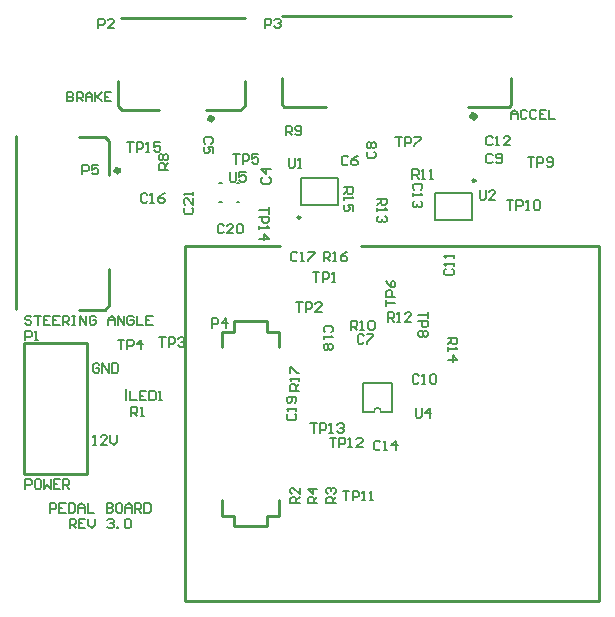
<source format=gto>
G04*
G04 #@! TF.GenerationSoftware,Altium Limited,Altium Designer,18.1.9 (240)*
G04*
G04 Layer_Color=65535*
%FSLAX25Y25*%
%MOIN*%
G70*
G01*
G75*
%ADD10C,0.00984*%
%ADD11C,0.01968*%
%ADD12C,0.00394*%
%ADD13C,0.00787*%
%ADD14C,0.01000*%
%ADD15C,0.00591*%
D10*
X155807Y140043D02*
G03*
X155807Y140043I-492J0D01*
G01*
X97440Y127821D02*
G03*
X97440Y127821I-492J0D01*
G01*
D11*
X36786Y143434D02*
G03*
X36786Y143434I-394J0D01*
G01*
X155717Y161496D02*
G03*
X155717Y161496I-599J0D01*
G01*
X68012Y160709D02*
G03*
X68012Y160709I-394J0D01*
G01*
D12*
X69102Y138287D02*
G03*
X69102Y138287I-197J0D01*
G01*
D13*
X124262Y62911D02*
G03*
X122008Y62911I-1127J214D01*
G01*
X142323Y135909D02*
X154527D01*
X142323Y126854D02*
X154527D01*
Y135909D01*
X142323Y126854D02*
Y135909D01*
X97736Y131955D02*
X109941D01*
X97736Y141010D02*
X109941D01*
X97736Y131955D02*
Y141010D01*
X109941Y131955D02*
Y141010D01*
X76181Y139157D02*
X76968D01*
X76181Y133055D02*
X76968D01*
X70472D02*
X71260D01*
X70472Y139157D02*
X71260D01*
X124262Y62895D02*
X127860D01*
X118411D02*
X122008D01*
X118411D02*
Y72737D01*
X127860D01*
Y62895D02*
Y72737D01*
D14*
X117534Y118110D02*
X196850Y118110D01*
X32160Y154654D02*
X33636Y153178D01*
X23794Y154654D02*
X32160D01*
X33636Y141957D02*
Y153178D01*
X32160Y96977D02*
X33636Y98453D01*
Y110757D01*
X23695Y96977D02*
X32160D01*
X2691Y97371D02*
Y154851D01*
X90158Y28346D02*
Y33465D01*
X71260Y28346D02*
Y33465D01*
X90158Y84646D02*
Y89764D01*
X71260Y84646D02*
Y89764D01*
X75197Y24803D02*
X86221D01*
X71260Y28346D02*
X75197D01*
X86221Y24803D02*
Y28346D01*
X90158D01*
X75197Y24803D02*
Y28346D01*
X86221Y89764D02*
Y93307D01*
X71260Y89764D02*
X75197D01*
Y93307D01*
X86221Y89764D02*
X90158D01*
X75197Y93307D02*
X86221D01*
X5290Y42344D02*
Y74803D01*
X26156Y42344D02*
Y85944D01*
X5290Y42344D02*
X26156D01*
X5290Y85944D02*
X26156D01*
X5290Y70866D02*
Y85944D01*
X91339Y194961D02*
X167520D01*
X91339Y165433D02*
Y174291D01*
X167717Y165433D02*
Y174291D01*
X153150Y164449D02*
X166929D01*
X92126D02*
X105905D01*
X167717Y165236D02*
Y165433D01*
X166929Y164449D02*
X167717Y165236D01*
X92126Y164449D02*
Y164646D01*
X91339Y165433D02*
X92126Y164646D01*
X77362Y163465D02*
X78839Y164941D01*
Y173307D01*
X66142Y163465D02*
X77362D01*
X36614Y164941D02*
X38091Y163465D01*
X50394D01*
X36614Y164941D02*
Y173406D01*
X37500Y194370D02*
X79036D01*
X59055Y0D02*
X196850D01*
Y118110D01*
X59055D02*
X90551D01*
X59055Y0D02*
Y118110D01*
D15*
X39280Y67058D02*
Y70643D01*
X13935Y29408D02*
Y32557D01*
X15509D01*
X16034Y32032D01*
Y30983D01*
X15509Y30458D01*
X13935D01*
X19183Y32557D02*
X17084D01*
Y29408D01*
X19183D01*
X17084Y30983D02*
X18133D01*
X20232Y32557D02*
Y29408D01*
X21807D01*
X22332Y29933D01*
Y32032D01*
X21807Y32557D01*
X20232D01*
X23381Y29408D02*
Y31507D01*
X24430Y32557D01*
X25480Y31507D01*
Y29408D01*
Y30983D01*
X23381D01*
X26530Y32557D02*
Y29408D01*
X28629D01*
X32827Y32557D02*
Y29408D01*
X34401D01*
X34926Y29933D01*
Y30458D01*
X34401Y30983D01*
X32827D01*
X34401D01*
X34926Y31507D01*
Y32032D01*
X34401Y32557D01*
X32827D01*
X37550D02*
X36500D01*
X35975Y32032D01*
Y29933D01*
X36500Y29408D01*
X37550D01*
X38074Y29933D01*
Y32032D01*
X37550Y32557D01*
X39124Y29408D02*
Y31507D01*
X40174Y32557D01*
X41223Y31507D01*
Y29408D01*
Y30983D01*
X39124D01*
X42273Y29408D02*
Y32557D01*
X43847D01*
X44372Y32032D01*
Y30983D01*
X43847Y30458D01*
X42273D01*
X43322D02*
X44372Y29408D01*
X45421Y32557D02*
Y29408D01*
X46995D01*
X47520Y29933D01*
Y32032D01*
X46995Y32557D01*
X45421D01*
X20495Y24213D02*
Y27361D01*
X22069D01*
X22594Y26836D01*
Y25787D01*
X22069Y25262D01*
X20495D01*
X21544D02*
X22594Y24213D01*
X25743Y27361D02*
X23643D01*
Y24213D01*
X25743D01*
X23643Y25787D02*
X24693D01*
X26792Y27361D02*
Y25262D01*
X27841Y24213D01*
X28891Y25262D01*
Y27361D01*
X33089Y26836D02*
X33614Y27361D01*
X34664D01*
X35188Y26836D01*
Y26312D01*
X34664Y25787D01*
X34139D01*
X34664D01*
X35188Y25262D01*
Y24737D01*
X34664Y24213D01*
X33614D01*
X33089Y24737D01*
X36238Y24213D02*
Y24737D01*
X36762D01*
Y24213D01*
X36238D01*
X38862Y26836D02*
X39386Y27361D01*
X40436D01*
X40961Y26836D01*
Y24737D01*
X40436Y24213D01*
X39386D01*
X38862Y24737D01*
Y26836D01*
X30420Y78688D02*
X29896Y79213D01*
X28846D01*
X28321Y78688D01*
Y76589D01*
X28846Y76064D01*
X29896D01*
X30420Y76589D01*
Y77638D01*
X29371D01*
X31470Y76064D02*
Y79213D01*
X33569Y76064D01*
Y79213D01*
X34618D02*
Y76064D01*
X36193D01*
X36718Y76589D01*
Y78688D01*
X36193Y79213D01*
X34618D01*
X28321Y52039D02*
X29371D01*
X28846D01*
Y55188D01*
X28321Y54663D01*
X33044Y52039D02*
X30945D01*
X33044Y54138D01*
Y54663D01*
X32519Y55188D01*
X31470D01*
X30945Y54663D01*
X34094Y55188D02*
Y53089D01*
X35143Y52039D01*
X36193Y53089D01*
Y55188D01*
X5762Y37402D02*
Y40550D01*
X7337D01*
X7861Y40025D01*
Y38976D01*
X7337Y38451D01*
X5762D01*
X10485Y40550D02*
X9436D01*
X8911Y40025D01*
Y37926D01*
X9436Y37402D01*
X10485D01*
X11010Y37926D01*
Y40025D01*
X10485Y40550D01*
X12059D02*
Y37402D01*
X13109Y38451D01*
X14158Y37402D01*
Y40550D01*
X17307D02*
X15208D01*
Y37402D01*
X17307D01*
X15208Y38976D02*
X16258D01*
X18357Y37402D02*
Y40550D01*
X19931D01*
X20456Y40025D01*
Y38976D01*
X19931Y38451D01*
X18357D01*
X19406D02*
X20456Y37402D01*
X7739Y94562D02*
X7214Y95087D01*
X6165D01*
X5640Y94562D01*
Y94038D01*
X6165Y93513D01*
X7214D01*
X7739Y92988D01*
Y92463D01*
X7214Y91939D01*
X6165D01*
X5640Y92463D01*
X8788Y95087D02*
X10887D01*
X9838D01*
Y91939D01*
X14036Y95087D02*
X11937D01*
Y91939D01*
X14036D01*
X11937Y93513D02*
X12987D01*
X17185Y95087D02*
X15086D01*
Y91939D01*
X17185D01*
X15086Y93513D02*
X16135D01*
X18234Y91939D02*
Y95087D01*
X19808D01*
X20333Y94562D01*
Y93513D01*
X19808Y92988D01*
X18234D01*
X19284D02*
X20333Y91939D01*
X21383Y95087D02*
X22432D01*
X21907D01*
Y91939D01*
X21383D01*
X22432D01*
X24006D02*
Y95087D01*
X26106Y91939D01*
Y95087D01*
X29254Y94562D02*
X28729Y95087D01*
X27680D01*
X27155Y94562D01*
Y92463D01*
X27680Y91939D01*
X28729D01*
X29254Y92463D01*
Y93513D01*
X28205D01*
X33452Y91939D02*
Y94038D01*
X34502Y95087D01*
X35551Y94038D01*
Y91939D01*
Y93513D01*
X33452D01*
X36601Y91939D02*
Y95087D01*
X38700Y91939D01*
Y95087D01*
X41849Y94562D02*
X41324Y95087D01*
X40274D01*
X39750Y94562D01*
Y92463D01*
X40274Y91939D01*
X41324D01*
X41849Y92463D01*
Y93513D01*
X40799D01*
X42898Y95087D02*
Y91939D01*
X44997D01*
X48146Y95087D02*
X46047D01*
Y91939D01*
X48146D01*
X46047Y93513D02*
X47096D01*
X19687Y169610D02*
Y166462D01*
X21261D01*
X21786Y166986D01*
Y167511D01*
X21261Y168036D01*
X19687D01*
X21261D01*
X21786Y168561D01*
Y169086D01*
X21261Y169610D01*
X19687D01*
X22835Y166462D02*
Y169610D01*
X24410D01*
X24934Y169086D01*
Y168036D01*
X24410Y167511D01*
X22835D01*
X23885D02*
X24934Y166462D01*
X25984D02*
Y168561D01*
X27033Y169610D01*
X28083Y168561D01*
Y166462D01*
Y168036D01*
X25984D01*
X29133Y169610D02*
Y166462D01*
Y167511D01*
X31231Y169610D01*
X29657Y168036D01*
X31231Y166462D01*
X34380Y169610D02*
X32281D01*
Y166462D01*
X34380D01*
X32281Y168036D02*
X33331D01*
X167717Y160591D02*
Y162690D01*
X168766Y163740D01*
X169816Y162690D01*
Y160591D01*
Y162165D01*
X167717D01*
X172964Y163215D02*
X172439Y163740D01*
X171390D01*
X170865Y163215D01*
Y161116D01*
X171390Y160591D01*
X172439D01*
X172964Y161116D01*
X176113Y163215D02*
X175588Y163740D01*
X174539D01*
X174014Y163215D01*
Y161116D01*
X174539Y160591D01*
X175588D01*
X176113Y161116D01*
X179261Y163740D02*
X177162D01*
Y160591D01*
X179261D01*
X177162Y162165D02*
X178212D01*
X180311Y163740D02*
Y160591D01*
X182410D01*
X93504Y147538D02*
Y144914D01*
X94029Y144390D01*
X95078D01*
X95603Y144914D01*
Y147538D01*
X96653Y144390D02*
X97702D01*
X97177D01*
Y147538D01*
X96653Y147014D01*
X157185Y136908D02*
Y134285D01*
X157710Y133760D01*
X158759D01*
X159284Y134285D01*
Y136908D01*
X162433Y133760D02*
X160334D01*
X162433Y135859D01*
Y136384D01*
X161908Y136908D01*
X160858D01*
X160334Y136384D01*
X36589Y87065D02*
X38688D01*
X37639D01*
Y83917D01*
X39738D02*
Y87065D01*
X41312D01*
X41837Y86541D01*
Y85491D01*
X41312Y84966D01*
X39738D01*
X44460Y83917D02*
Y87065D01*
X42886Y85491D01*
X44985D01*
X50394Y87794D02*
X52493D01*
X51443D01*
Y84646D01*
X53542D02*
Y87794D01*
X55117D01*
X55641Y87270D01*
Y86220D01*
X55117Y85695D01*
X53542D01*
X56691Y87270D02*
X57216Y87794D01*
X58265D01*
X58790Y87270D01*
Y86745D01*
X58265Y86220D01*
X57740D01*
X58265D01*
X58790Y85695D01*
Y85170D01*
X58265Y84646D01*
X57216D01*
X56691Y85170D01*
X39739Y152801D02*
X41838D01*
X40788D01*
Y149652D01*
X42887D02*
Y152801D01*
X44462D01*
X44986Y152276D01*
Y151227D01*
X44462Y150702D01*
X42887D01*
X46036Y149652D02*
X47085D01*
X46560D01*
Y152801D01*
X46036Y152276D01*
X50759Y152801D02*
X48660D01*
Y151227D01*
X49709Y151751D01*
X50234D01*
X50759Y151227D01*
Y150177D01*
X50234Y149652D01*
X49184D01*
X48660Y150177D01*
X86887Y131185D02*
Y129086D01*
Y130135D01*
X83738D01*
Y128036D02*
X86887D01*
Y126462D01*
X86362Y125937D01*
X85312D01*
X84787Y126462D01*
Y128036D01*
X83738Y124887D02*
Y123838D01*
Y124363D01*
X86887D01*
X86362Y124887D01*
X83738Y120689D02*
X86887D01*
X85312Y122264D01*
Y120165D01*
X100807Y59131D02*
X102906D01*
X101857D01*
Y55983D01*
X103956D02*
Y59131D01*
X105530D01*
X106055Y58607D01*
Y57557D01*
X105530Y57032D01*
X103956D01*
X107104Y55983D02*
X108154D01*
X107629D01*
Y59131D01*
X107104Y58607D01*
X109728D02*
X110253Y59131D01*
X111302D01*
X111827Y58607D01*
Y58082D01*
X111302Y57557D01*
X110778D01*
X111302D01*
X111827Y57032D01*
Y56508D01*
X111302Y55983D01*
X110253D01*
X109728Y56508D01*
X107165Y54330D02*
X109264D01*
X108215D01*
Y51181D01*
X110314D02*
Y54330D01*
X111888D01*
X112413Y53805D01*
Y52755D01*
X111888Y52231D01*
X110314D01*
X113462Y51181D02*
X114512D01*
X113987D01*
Y54330D01*
X113462Y53805D01*
X118185Y51181D02*
X116086D01*
X118185Y53280D01*
Y53805D01*
X117661Y54330D01*
X116611D01*
X116086Y53805D01*
X111670Y36613D02*
X113769D01*
X112720D01*
Y33465D01*
X114819D02*
Y36613D01*
X116393D01*
X116918Y36088D01*
Y35039D01*
X116393Y34514D01*
X114819D01*
X117968Y33465D02*
X119017D01*
X118492D01*
Y36613D01*
X117968Y36088D01*
X120591Y33465D02*
X121641D01*
X121116D01*
Y36613D01*
X120591Y36088D01*
X166327Y133572D02*
X168426D01*
X167376D01*
Y130424D01*
X169475D02*
Y133572D01*
X171050D01*
X171574Y133047D01*
Y131998D01*
X171050Y131473D01*
X169475D01*
X172624Y130424D02*
X173673D01*
X173149D01*
Y133572D01*
X172624Y133047D01*
X175248D02*
X175773Y133572D01*
X176822D01*
X177347Y133047D01*
Y130948D01*
X176822Y130424D01*
X175773D01*
X175248Y130948D01*
Y133047D01*
X173228Y147891D02*
X175327D01*
X174278D01*
Y144742D01*
X176377D02*
Y147891D01*
X177951D01*
X178476Y147366D01*
Y146316D01*
X177951Y145792D01*
X176377D01*
X179525Y145267D02*
X180050Y144742D01*
X181100D01*
X181625Y145267D01*
Y147366D01*
X181100Y147891D01*
X180050D01*
X179525Y147366D01*
Y146841D01*
X180050Y146316D01*
X181625D01*
X139938Y96358D02*
Y94259D01*
Y95309D01*
X136790D01*
Y93210D02*
X139938D01*
Y91635D01*
X139414Y91111D01*
X138364D01*
X137839Y91635D01*
Y93210D01*
X139414Y90061D02*
X139938Y89536D01*
Y88487D01*
X139414Y87962D01*
X138889D01*
X138364Y88487D01*
X137839Y87962D01*
X137315D01*
X136790Y88487D01*
Y89536D01*
X137315Y90061D01*
X137839D01*
X138364Y89536D01*
X138889Y90061D01*
X139414D01*
X138364Y89536D02*
Y88487D01*
X129134Y154618D02*
X131233D01*
X130183D01*
Y151470D01*
X132282D02*
Y154618D01*
X133857D01*
X134381Y154094D01*
Y153044D01*
X133857Y152519D01*
X132282D01*
X135431Y154618D02*
X137530D01*
Y154094D01*
X135431Y151994D01*
Y151470D01*
X125985Y98221D02*
Y100320D01*
Y99271D01*
X129134D01*
Y101370D02*
X125985D01*
Y102944D01*
X126510Y103469D01*
X127560D01*
X128084Y102944D01*
Y101370D01*
X125985Y106618D02*
X126510Y105568D01*
X127560Y104519D01*
X128609D01*
X129134Y105043D01*
Y106093D01*
X128609Y106618D01*
X128084D01*
X127560Y106093D01*
Y104519D01*
X75073Y148844D02*
X77172D01*
X76123D01*
Y145696D01*
X78222D02*
Y148844D01*
X79796D01*
X80321Y148319D01*
Y147270D01*
X79796Y146745D01*
X78222D01*
X83469Y148844D02*
X81370D01*
Y147270D01*
X82420Y147795D01*
X82945D01*
X83469Y147270D01*
Y146220D01*
X82945Y145696D01*
X81895D01*
X81370Y146220D01*
X96083Y99507D02*
X98182D01*
X97132D01*
Y96358D01*
X99231D02*
Y99507D01*
X100806D01*
X101330Y98982D01*
Y97933D01*
X100806Y97408D01*
X99231D01*
X104479Y96358D02*
X102380D01*
X104479Y98457D01*
Y98982D01*
X103954Y99507D01*
X102905D01*
X102380Y98982D01*
X101673Y109448D02*
X103772D01*
X102723D01*
Y106299D01*
X104822D02*
Y109448D01*
X106396D01*
X106921Y108923D01*
Y107873D01*
X106396Y107349D01*
X104822D01*
X107970Y106299D02*
X109020D01*
X108495D01*
Y109448D01*
X107970Y108923D01*
X73917Y142912D02*
Y140288D01*
X74442Y139764D01*
X75492D01*
X76016Y140288D01*
Y142912D01*
X79165D02*
X77066D01*
Y141338D01*
X78115Y141863D01*
X78640D01*
X79165Y141338D01*
Y140288D01*
X78640Y139764D01*
X77591D01*
X77066Y140288D01*
X135827Y64172D02*
Y61548D01*
X136352Y61024D01*
X137401D01*
X137926Y61548D01*
Y64172D01*
X140550Y61024D02*
Y64172D01*
X138975Y62598D01*
X141074D01*
X41022Y61476D02*
Y64625D01*
X42596D01*
X43121Y64100D01*
Y63051D01*
X42596Y62526D01*
X41022D01*
X42072D02*
X43121Y61476D01*
X44171D02*
X45220D01*
X44695D01*
Y64625D01*
X44171Y64100D01*
X5762Y86811D02*
Y89960D01*
X7337D01*
X7861Y89435D01*
Y88385D01*
X7337Y87861D01*
X5762D01*
X8911Y86811D02*
X9960D01*
X9436D01*
Y89960D01*
X8911Y89435D01*
X40782Y69999D02*
Y66850D01*
X42881D01*
X46029Y69999D02*
X43931D01*
Y66850D01*
X46029D01*
X43931Y68425D02*
X44980D01*
X47079Y69999D02*
Y66850D01*
X48653D01*
X49178Y67375D01*
Y69474D01*
X48653Y69999D01*
X47079D01*
X50228Y66850D02*
X51277D01*
X50752D01*
Y69999D01*
X50228Y69474D01*
X59122Y131036D02*
X58597Y130511D01*
Y129462D01*
X59122Y128937D01*
X61221D01*
X61746Y129462D01*
Y130511D01*
X61221Y131036D01*
X61746Y134185D02*
Y132086D01*
X59647Y134185D01*
X59122D01*
X58597Y133660D01*
Y132610D01*
X59122Y132086D01*
X61746Y135234D02*
Y136284D01*
Y135759D01*
X58597D01*
X59122Y135234D01*
X71981Y125065D02*
X71456Y125590D01*
X70407D01*
X69882Y125065D01*
Y122966D01*
X70407Y122441D01*
X71456D01*
X71981Y122966D01*
X75129Y122441D02*
X73031D01*
X75129Y124540D01*
Y125065D01*
X74605Y125590D01*
X73555D01*
X73031Y125065D01*
X76179D02*
X76704Y125590D01*
X77753D01*
X78278Y125065D01*
Y122966D01*
X77753Y122441D01*
X76704D01*
X76179Y122966D01*
Y125065D01*
X93459Y62296D02*
X92934Y61771D01*
Y60722D01*
X93459Y60197D01*
X95558D01*
X96083Y60722D01*
Y61771D01*
X95558Y62296D01*
X96083Y63345D02*
Y64395D01*
Y63870D01*
X92934D01*
X93459Y63345D01*
X95558Y65969D02*
X96083Y66494D01*
Y67544D01*
X95558Y68068D01*
X93459D01*
X92934Y67544D01*
Y66494D01*
X93459Y65969D01*
X93984D01*
X94508Y66494D01*
Y68068D01*
X96975Y70098D02*
X93827D01*
Y71672D01*
X94351Y72197D01*
X95401D01*
X95926Y71672D01*
Y70098D01*
Y71147D02*
X96975Y72197D01*
Y73247D02*
Y74296D01*
Y73771D01*
X93827D01*
X94351Y73247D01*
X93827Y75870D02*
Y77969D01*
X94351D01*
X96450Y75870D01*
X96975D01*
X105176Y113210D02*
Y116358D01*
X106750D01*
X107275Y115833D01*
Y114784D01*
X106750Y114259D01*
X105176D01*
X106225D02*
X107275Y113210D01*
X108324D02*
X109374D01*
X108849D01*
Y116358D01*
X108324Y115833D01*
X113047Y116358D02*
X111998Y115833D01*
X110948Y114784D01*
Y113734D01*
X111473Y113210D01*
X112522D01*
X113047Y113734D01*
Y114259D01*
X112522Y114784D01*
X110948D01*
X111866Y137795D02*
X115015D01*
Y136221D01*
X114490Y135696D01*
X113440D01*
X112916Y136221D01*
Y137795D01*
Y136746D02*
X111866Y135696D01*
Y134647D02*
Y133597D01*
Y134122D01*
X115015D01*
X114490Y134647D01*
X115015Y129924D02*
Y132023D01*
X113440D01*
X113965Y130973D01*
Y130449D01*
X113440Y129924D01*
X112391D01*
X111866Y130449D01*
Y131498D01*
X112391Y132023D01*
X146653Y87598D02*
X149802D01*
Y86024D01*
X149277Y85499D01*
X148228D01*
X147703Y86024D01*
Y87598D01*
Y86549D02*
X146653Y85499D01*
Y84450D02*
Y83400D01*
Y83925D01*
X149802D01*
X149277Y84450D01*
X146653Y80252D02*
X149802D01*
X148228Y81826D01*
Y79727D01*
X123135Y134055D02*
X126284D01*
Y132481D01*
X125759Y131956D01*
X124709D01*
X124185Y132481D01*
Y134055D01*
Y133006D02*
X123135Y131956D01*
Y130906D02*
Y129857D01*
Y130382D01*
X126284D01*
X125759Y130906D01*
Y128283D02*
X126284Y127758D01*
Y126708D01*
X125759Y126184D01*
X125234D01*
X124709Y126708D01*
Y127233D01*
Y126708D01*
X124185Y126184D01*
X123660D01*
X123135Y126708D01*
Y127758D01*
X123660Y128283D01*
X126596Y93065D02*
Y96213D01*
X128171D01*
X128695Y95688D01*
Y94639D01*
X128171Y94114D01*
X126596D01*
X127646D02*
X128695Y93065D01*
X129745D02*
X130795D01*
X130270D01*
Y96213D01*
X129745Y95688D01*
X134468Y93065D02*
X132369D01*
X134468Y95164D01*
Y95688D01*
X133943Y96213D01*
X132894D01*
X132369Y95688D01*
X134800Y140732D02*
Y143880D01*
X136375D01*
X136899Y143356D01*
Y142306D01*
X136375Y141781D01*
X134800D01*
X135850D02*
X136899Y140732D01*
X137949D02*
X138998D01*
X138474D01*
Y143880D01*
X137949Y143356D01*
X140573Y140732D02*
X141622D01*
X141097D01*
Y143880D01*
X140573Y143356D01*
X114328Y90256D02*
Y93405D01*
X115902D01*
X116427Y92880D01*
Y91830D01*
X115902Y91305D01*
X114328D01*
X115377D02*
X116427Y90256D01*
X117476D02*
X118526D01*
X118001D01*
Y93405D01*
X117476Y92880D01*
X120100D02*
X120625Y93405D01*
X121675D01*
X122199Y92880D01*
Y90781D01*
X121675Y90256D01*
X120625D01*
X120100Y90781D01*
Y92880D01*
X92520Y155144D02*
Y158293D01*
X94094D01*
X94619Y157768D01*
Y156719D01*
X94094Y156194D01*
X92520D01*
X93569D02*
X94619Y155144D01*
X95668Y155669D02*
X96193Y155144D01*
X97243D01*
X97767Y155669D01*
Y157768D01*
X97243Y158293D01*
X96193D01*
X95668Y157768D01*
Y157244D01*
X96193Y156719D01*
X97767D01*
X53347Y143701D02*
X50198D01*
Y145275D01*
X50723Y145800D01*
X51772D01*
X52297Y145275D01*
Y143701D01*
Y144750D02*
X53347Y145800D01*
X50723Y146849D02*
X50198Y147374D01*
Y148424D01*
X50723Y148948D01*
X51247D01*
X51772Y148424D01*
X52297Y148948D01*
X52822D01*
X53347Y148424D01*
Y147374D01*
X52822Y146849D01*
X52297D01*
X51772Y147374D01*
X51247Y146849D01*
X50723D01*
X51772Y147374D02*
Y148424D01*
X103077Y32480D02*
X99929D01*
Y34055D01*
X100454Y34579D01*
X101503D01*
X102028Y34055D01*
Y32480D01*
Y33530D02*
X103077Y34579D01*
Y37203D02*
X99929D01*
X101503Y35629D01*
Y37728D01*
X109268Y32480D02*
X106119D01*
Y34055D01*
X106644Y34579D01*
X107694D01*
X108219Y34055D01*
Y32480D01*
Y33530D02*
X109268Y34579D01*
X106644Y35629D02*
X106119Y36154D01*
Y37203D01*
X106644Y37728D01*
X107169D01*
X107694Y37203D01*
Y36678D01*
Y37203D01*
X108219Y37728D01*
X108743D01*
X109268Y37203D01*
Y36154D01*
X108743Y35629D01*
X97172Y32480D02*
X94023D01*
Y34055D01*
X94548Y34579D01*
X95598D01*
X96122Y34055D01*
Y32480D01*
Y33530D02*
X97172Y34579D01*
Y37728D02*
Y35629D01*
X95073Y37728D01*
X94548D01*
X94023Y37203D01*
Y36154D01*
X94548Y35629D01*
X24778Y142181D02*
Y145329D01*
X26352D01*
X26877Y144804D01*
Y143755D01*
X26352Y143230D01*
X24778D01*
X30026Y145329D02*
X27926D01*
Y143755D01*
X28976Y144280D01*
X29501D01*
X30026Y143755D01*
Y142705D01*
X29501Y142181D01*
X28451D01*
X27926Y142705D01*
X68012Y91075D02*
Y94223D01*
X69586D01*
X70111Y93699D01*
Y92649D01*
X69586Y92124D01*
X68012D01*
X72735Y91075D02*
Y94223D01*
X71160Y92649D01*
X73260D01*
X85630Y190945D02*
Y194094D01*
X87204D01*
X87729Y193569D01*
Y192519D01*
X87204Y191994D01*
X85630D01*
X88779Y193569D02*
X89303Y194094D01*
X90353D01*
X90878Y193569D01*
Y193044D01*
X90353Y192519D01*
X89828D01*
X90353D01*
X90878Y191994D01*
Y191470D01*
X90353Y190945D01*
X89303D01*
X88779Y191470D01*
X107800Y89436D02*
X108324Y89961D01*
Y91011D01*
X107800Y91535D01*
X105701D01*
X105176Y91011D01*
Y89961D01*
X105701Y89436D01*
X105176Y88387D02*
Y87337D01*
Y87862D01*
X108324D01*
X107800Y88387D01*
Y85763D02*
X108324Y85238D01*
Y84189D01*
X107800Y83664D01*
X107275D01*
X106750Y84189D01*
X106225Y83664D01*
X105701D01*
X105176Y84189D01*
Y85238D01*
X105701Y85763D01*
X106225D01*
X106750Y85238D01*
X107275Y85763D01*
X107800D01*
X106750Y85238D02*
Y84189D01*
X96449Y115833D02*
X95925Y116358D01*
X94875D01*
X94350Y115833D01*
Y113734D01*
X94875Y113210D01*
X95925D01*
X96449Y113734D01*
X97499Y113210D02*
X98549D01*
X98024D01*
Y116358D01*
X97499Y115833D01*
X100123Y116358D02*
X102222D01*
Y115833D01*
X100123Y113734D01*
Y113210D01*
X46390Y135301D02*
X45866Y135826D01*
X44816D01*
X44291Y135301D01*
Y133202D01*
X44816Y132677D01*
X45866D01*
X46390Y133202D01*
X47440Y132677D02*
X48489D01*
X47965D01*
Y135826D01*
X47440Y135301D01*
X52163Y135826D02*
X51113Y135301D01*
X50064Y134251D01*
Y133202D01*
X50589Y132677D01*
X51638D01*
X52163Y133202D01*
Y133727D01*
X51638Y134251D01*
X50064D01*
X124107Y52821D02*
X123582Y53345D01*
X122533D01*
X122008Y52821D01*
Y50722D01*
X122533Y50197D01*
X123582D01*
X124107Y50722D01*
X125156Y50197D02*
X126206D01*
X125681D01*
Y53345D01*
X125156Y52821D01*
X129355Y50197D02*
Y53345D01*
X127780Y51771D01*
X129879D01*
X137524Y136917D02*
X138049Y137441D01*
Y138491D01*
X137524Y139016D01*
X135425D01*
X134900Y138491D01*
Y137441D01*
X135425Y136917D01*
X134900Y135867D02*
Y134818D01*
Y135342D01*
X138049D01*
X137524Y135867D01*
Y133243D02*
X138049Y132719D01*
Y131669D01*
X137524Y131144D01*
X136999D01*
X136475Y131669D01*
Y132194D01*
Y131669D01*
X135950Y131144D01*
X135425D01*
X134900Y131669D01*
Y132719D01*
X135425Y133243D01*
X161548Y154423D02*
X161023Y154948D01*
X159974D01*
X159449Y154423D01*
Y152324D01*
X159974Y151799D01*
X161023D01*
X161548Y152324D01*
X162597Y151799D02*
X163647D01*
X163122D01*
Y154948D01*
X162597Y154423D01*
X167320Y151799D02*
X165221D01*
X167320Y153899D01*
Y154423D01*
X166796Y154948D01*
X165746D01*
X165221Y154423D01*
X145900Y110652D02*
X145375Y110127D01*
Y109077D01*
X145900Y108553D01*
X147999D01*
X148524Y109077D01*
Y110127D01*
X147999Y110652D01*
X148524Y111701D02*
Y112751D01*
Y112226D01*
X145375D01*
X145900Y111701D01*
X148524Y114325D02*
Y115374D01*
Y114850D01*
X145375D01*
X145900Y114325D01*
X136999Y75028D02*
X136475Y75552D01*
X135425D01*
X134900Y75028D01*
Y72928D01*
X135425Y72404D01*
X136475D01*
X136999Y72928D01*
X138049Y72404D02*
X139098D01*
X138574D01*
Y75552D01*
X138049Y75028D01*
X140673D02*
X141197Y75552D01*
X142247D01*
X142772Y75028D01*
Y72928D01*
X142247Y72404D01*
X141197D01*
X140673Y72928D01*
Y75028D01*
X161548Y148497D02*
X161023Y149021D01*
X159974D01*
X159449Y148497D01*
Y146398D01*
X159974Y145873D01*
X161023D01*
X161548Y146398D01*
X162597D02*
X163122Y145873D01*
X164172D01*
X164697Y146398D01*
Y148497D01*
X164172Y149021D01*
X163122D01*
X162597Y148497D01*
Y147972D01*
X163122Y147447D01*
X164697D01*
X120014Y149737D02*
X119489Y149212D01*
Y148163D01*
X120014Y147638D01*
X122113D01*
X122638Y148163D01*
Y149212D01*
X122113Y149737D01*
X120014Y150786D02*
X119489Y151311D01*
Y152361D01*
X120014Y152885D01*
X120539D01*
X121063Y152361D01*
X121588Y152885D01*
X122113D01*
X122638Y152361D01*
Y151311D01*
X122113Y150786D01*
X121588D01*
X121063Y151311D01*
X120539Y150786D01*
X120014D01*
X121063Y151311D02*
Y152361D01*
X118634Y88254D02*
X118110Y88779D01*
X117060D01*
X116535Y88254D01*
Y86155D01*
X117060Y85630D01*
X118110D01*
X118634Y86155D01*
X119684Y88779D02*
X121783D01*
Y88254D01*
X119684Y86155D01*
Y85630D01*
X113378Y147849D02*
X112853Y148373D01*
X111803D01*
X111279Y147849D01*
Y145750D01*
X111803Y145225D01*
X112853D01*
X113378Y145750D01*
X116526Y148373D02*
X115477Y147849D01*
X114427Y146799D01*
Y145750D01*
X114952Y145225D01*
X116001D01*
X116526Y145750D01*
Y146274D01*
X116001Y146799D01*
X114427D01*
X67781Y152428D02*
X68306Y152953D01*
Y154003D01*
X67781Y154528D01*
X65682D01*
X65158Y154003D01*
Y152953D01*
X65682Y152428D01*
X68306Y149280D02*
Y151379D01*
X66732D01*
X67256Y150329D01*
Y149805D01*
X66732Y149280D01*
X65682D01*
X65158Y149805D01*
Y150854D01*
X65682Y151379D01*
X84975Y141174D02*
X84450Y140649D01*
Y139600D01*
X84975Y139075D01*
X87074D01*
X87598Y139600D01*
Y140649D01*
X87074Y141174D01*
X87598Y143798D02*
X84450D01*
X86024Y142223D01*
Y144322D01*
X30063Y190945D02*
Y194094D01*
X31637D01*
X32162Y193569D01*
Y192519D01*
X31637Y191994D01*
X30063D01*
X35311Y190945D02*
X33212D01*
X35311Y193044D01*
Y193569D01*
X34786Y194094D01*
X33736D01*
X33212Y193569D01*
M02*

</source>
